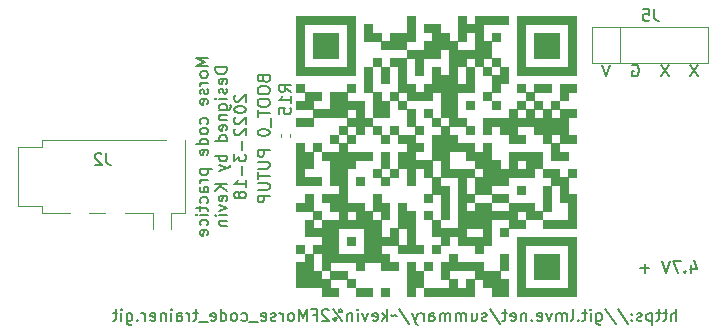
<source format=gbr>
%TF.GenerationSoftware,KiCad,Pcbnew,(6.0.2)*%
%TF.CreationDate,2022-03-18T21:37:06+08:00*%
%TF.ProjectId,Morse_code_PCB,4d6f7273-655f-4636-9f64-655f5043422e,rev?*%
%TF.SameCoordinates,Original*%
%TF.FileFunction,Legend,Bot*%
%TF.FilePolarity,Positive*%
%FSLAX46Y46*%
G04 Gerber Fmt 4.6, Leading zero omitted, Abs format (unit mm)*
G04 Created by KiCad (PCBNEW (6.0.2)) date 2022-03-18 21:37:06*
%MOMM*%
%LPD*%
G01*
G04 APERTURE LIST*
%ADD10C,0.150000*%
%ADD11C,0.200000*%
%ADD12C,0.120000*%
G04 APERTURE END LIST*
D10*
X125552380Y-156285714D02*
X125552380Y-156952380D01*
X125790476Y-155904761D02*
X126028571Y-156619047D01*
X125409523Y-156619047D01*
X125028571Y-156857142D02*
X124980952Y-156904761D01*
X125028571Y-156952380D01*
X125076190Y-156904761D01*
X125028571Y-156857142D01*
X125028571Y-156952380D01*
X124647619Y-155952380D02*
X123980952Y-155952380D01*
X124409523Y-156952380D01*
X123742857Y-155952380D02*
X123409523Y-156952380D01*
X123076190Y-155952380D01*
X121980952Y-156571428D02*
X121219047Y-156571428D01*
X121600000Y-156952380D02*
X121600000Y-156190476D01*
X89328571Y-140576190D02*
X89376190Y-140719047D01*
X89423809Y-140766666D01*
X89519047Y-140814285D01*
X89661904Y-140814285D01*
X89757142Y-140766666D01*
X89804761Y-140719047D01*
X89852380Y-140623809D01*
X89852380Y-140242857D01*
X88852380Y-140242857D01*
X88852380Y-140576190D01*
X88900000Y-140671428D01*
X88947619Y-140719047D01*
X89042857Y-140766666D01*
X89138095Y-140766666D01*
X89233333Y-140719047D01*
X89280952Y-140671428D01*
X89328571Y-140576190D01*
X89328571Y-140242857D01*
X88852380Y-141433333D02*
X88852380Y-141623809D01*
X88900000Y-141719047D01*
X88995238Y-141814285D01*
X89185714Y-141861904D01*
X89519047Y-141861904D01*
X89709523Y-141814285D01*
X89804761Y-141719047D01*
X89852380Y-141623809D01*
X89852380Y-141433333D01*
X89804761Y-141338095D01*
X89709523Y-141242857D01*
X89519047Y-141195238D01*
X89185714Y-141195238D01*
X88995238Y-141242857D01*
X88900000Y-141338095D01*
X88852380Y-141433333D01*
X88852380Y-142480952D02*
X88852380Y-142671428D01*
X88900000Y-142766666D01*
X88995238Y-142861904D01*
X89185714Y-142909523D01*
X89519047Y-142909523D01*
X89709523Y-142861904D01*
X89804761Y-142766666D01*
X89852380Y-142671428D01*
X89852380Y-142480952D01*
X89804761Y-142385714D01*
X89709523Y-142290476D01*
X89519047Y-142242857D01*
X89185714Y-142242857D01*
X88995238Y-142290476D01*
X88900000Y-142385714D01*
X88852380Y-142480952D01*
X88852380Y-143195238D02*
X88852380Y-143766666D01*
X89852380Y-143480952D02*
X88852380Y-143480952D01*
X89947619Y-143861904D02*
X89947619Y-144623809D01*
X88852380Y-145052380D02*
X88852380Y-145147619D01*
X88900000Y-145242857D01*
X88947619Y-145290476D01*
X89042857Y-145338095D01*
X89233333Y-145385714D01*
X89471428Y-145385714D01*
X89661904Y-145338095D01*
X89757142Y-145290476D01*
X89804761Y-145242857D01*
X89852380Y-145147619D01*
X89852380Y-145052380D01*
X89804761Y-144957142D01*
X89757142Y-144909523D01*
X89661904Y-144861904D01*
X89471428Y-144814285D01*
X89233333Y-144814285D01*
X89042857Y-144861904D01*
X88947619Y-144909523D01*
X88900000Y-144957142D01*
X88852380Y-145052380D01*
X89852380Y-146576190D02*
X88852380Y-146576190D01*
X88852380Y-146957142D01*
X88900000Y-147052380D01*
X88947619Y-147100000D01*
X89042857Y-147147619D01*
X89185714Y-147147619D01*
X89280952Y-147100000D01*
X89328571Y-147052380D01*
X89376190Y-146957142D01*
X89376190Y-146576190D01*
X88852380Y-147576190D02*
X89661904Y-147576190D01*
X89757142Y-147623809D01*
X89804761Y-147671428D01*
X89852380Y-147766666D01*
X89852380Y-147957142D01*
X89804761Y-148052380D01*
X89757142Y-148100000D01*
X89661904Y-148147619D01*
X88852380Y-148147619D01*
X88852380Y-148480952D02*
X88852380Y-149052380D01*
X89852380Y-148766666D02*
X88852380Y-148766666D01*
X88852380Y-149385714D02*
X89661904Y-149385714D01*
X89757142Y-149433333D01*
X89804761Y-149480952D01*
X89852380Y-149576190D01*
X89852380Y-149766666D01*
X89804761Y-149861904D01*
X89757142Y-149909523D01*
X89661904Y-149957142D01*
X88852380Y-149957142D01*
X89852380Y-150433333D02*
X88852380Y-150433333D01*
X88852380Y-150814285D01*
X88900000Y-150909523D01*
X88947619Y-150957142D01*
X89042857Y-151004761D01*
X89185714Y-151004761D01*
X89280952Y-150957142D01*
X89328571Y-150909523D01*
X89376190Y-150814285D01*
X89376190Y-150433333D01*
X126123809Y-139352380D02*
X125457142Y-140352380D01*
X125457142Y-139352380D02*
X126123809Y-140352380D01*
X123647619Y-139352380D02*
X122980952Y-140352380D01*
X122980952Y-139352380D02*
X123647619Y-140352380D01*
X120552380Y-139400000D02*
X120647619Y-139352380D01*
X120790476Y-139352380D01*
X120933333Y-139400000D01*
X121028571Y-139495238D01*
X121076190Y-139590476D01*
X121123809Y-139780952D01*
X121123809Y-139923809D01*
X121076190Y-140114285D01*
X121028571Y-140209523D01*
X120933333Y-140304761D01*
X120790476Y-140352380D01*
X120695238Y-140352380D01*
X120552380Y-140304761D01*
X120504761Y-140257142D01*
X120504761Y-139923809D01*
X120695238Y-139923809D01*
X118695238Y-139352380D02*
X118361904Y-140352380D01*
X118028571Y-139352380D01*
X84642380Y-138823809D02*
X83642380Y-138823809D01*
X84356666Y-139157142D01*
X83642380Y-139490476D01*
X84642380Y-139490476D01*
X84642380Y-140109523D02*
X84594761Y-140014285D01*
X84547142Y-139966666D01*
X84451904Y-139919047D01*
X84166190Y-139919047D01*
X84070952Y-139966666D01*
X84023333Y-140014285D01*
X83975714Y-140109523D01*
X83975714Y-140252380D01*
X84023333Y-140347619D01*
X84070952Y-140395238D01*
X84166190Y-140442857D01*
X84451904Y-140442857D01*
X84547142Y-140395238D01*
X84594761Y-140347619D01*
X84642380Y-140252380D01*
X84642380Y-140109523D01*
X84642380Y-140871428D02*
X83975714Y-140871428D01*
X84166190Y-140871428D02*
X84070952Y-140919047D01*
X84023333Y-140966666D01*
X83975714Y-141061904D01*
X83975714Y-141157142D01*
X84594761Y-141442857D02*
X84642380Y-141538095D01*
X84642380Y-141728571D01*
X84594761Y-141823809D01*
X84499523Y-141871428D01*
X84451904Y-141871428D01*
X84356666Y-141823809D01*
X84309047Y-141728571D01*
X84309047Y-141585714D01*
X84261428Y-141490476D01*
X84166190Y-141442857D01*
X84118571Y-141442857D01*
X84023333Y-141490476D01*
X83975714Y-141585714D01*
X83975714Y-141728571D01*
X84023333Y-141823809D01*
X84594761Y-142680952D02*
X84642380Y-142585714D01*
X84642380Y-142395238D01*
X84594761Y-142300000D01*
X84499523Y-142252380D01*
X84118571Y-142252380D01*
X84023333Y-142300000D01*
X83975714Y-142395238D01*
X83975714Y-142585714D01*
X84023333Y-142680952D01*
X84118571Y-142728571D01*
X84213809Y-142728571D01*
X84309047Y-142252380D01*
X84594761Y-144347619D02*
X84642380Y-144252380D01*
X84642380Y-144061904D01*
X84594761Y-143966666D01*
X84547142Y-143919047D01*
X84451904Y-143871428D01*
X84166190Y-143871428D01*
X84070952Y-143919047D01*
X84023333Y-143966666D01*
X83975714Y-144061904D01*
X83975714Y-144252380D01*
X84023333Y-144347619D01*
X84642380Y-144919047D02*
X84594761Y-144823809D01*
X84547142Y-144776190D01*
X84451904Y-144728571D01*
X84166190Y-144728571D01*
X84070952Y-144776190D01*
X84023333Y-144823809D01*
X83975714Y-144919047D01*
X83975714Y-145061904D01*
X84023333Y-145157142D01*
X84070952Y-145204761D01*
X84166190Y-145252380D01*
X84451904Y-145252380D01*
X84547142Y-145204761D01*
X84594761Y-145157142D01*
X84642380Y-145061904D01*
X84642380Y-144919047D01*
X84642380Y-146109523D02*
X83642380Y-146109523D01*
X84594761Y-146109523D02*
X84642380Y-146014285D01*
X84642380Y-145823809D01*
X84594761Y-145728571D01*
X84547142Y-145680952D01*
X84451904Y-145633333D01*
X84166190Y-145633333D01*
X84070952Y-145680952D01*
X84023333Y-145728571D01*
X83975714Y-145823809D01*
X83975714Y-146014285D01*
X84023333Y-146109523D01*
X84594761Y-146966666D02*
X84642380Y-146871428D01*
X84642380Y-146680952D01*
X84594761Y-146585714D01*
X84499523Y-146538095D01*
X84118571Y-146538095D01*
X84023333Y-146585714D01*
X83975714Y-146680952D01*
X83975714Y-146871428D01*
X84023333Y-146966666D01*
X84118571Y-147014285D01*
X84213809Y-147014285D01*
X84309047Y-146538095D01*
X83975714Y-148204761D02*
X84975714Y-148204761D01*
X84023333Y-148204761D02*
X83975714Y-148300000D01*
X83975714Y-148490476D01*
X84023333Y-148585714D01*
X84070952Y-148633333D01*
X84166190Y-148680952D01*
X84451904Y-148680952D01*
X84547142Y-148633333D01*
X84594761Y-148585714D01*
X84642380Y-148490476D01*
X84642380Y-148300000D01*
X84594761Y-148204761D01*
X84642380Y-149109523D02*
X83975714Y-149109523D01*
X84166190Y-149109523D02*
X84070952Y-149157142D01*
X84023333Y-149204761D01*
X83975714Y-149300000D01*
X83975714Y-149395238D01*
X84642380Y-150157142D02*
X84118571Y-150157142D01*
X84023333Y-150109523D01*
X83975714Y-150014285D01*
X83975714Y-149823809D01*
X84023333Y-149728571D01*
X84594761Y-150157142D02*
X84642380Y-150061904D01*
X84642380Y-149823809D01*
X84594761Y-149728571D01*
X84499523Y-149680952D01*
X84404285Y-149680952D01*
X84309047Y-149728571D01*
X84261428Y-149823809D01*
X84261428Y-150061904D01*
X84213809Y-150157142D01*
X84594761Y-151061904D02*
X84642380Y-150966666D01*
X84642380Y-150776190D01*
X84594761Y-150680952D01*
X84547142Y-150633333D01*
X84451904Y-150585714D01*
X84166190Y-150585714D01*
X84070952Y-150633333D01*
X84023333Y-150680952D01*
X83975714Y-150776190D01*
X83975714Y-150966666D01*
X84023333Y-151061904D01*
X83975714Y-151347619D02*
X83975714Y-151728571D01*
X83642380Y-151490476D02*
X84499523Y-151490476D01*
X84594761Y-151538095D01*
X84642380Y-151633333D01*
X84642380Y-151728571D01*
X84642380Y-152061904D02*
X83975714Y-152061904D01*
X83642380Y-152061904D02*
X83690000Y-152014285D01*
X83737619Y-152061904D01*
X83690000Y-152109523D01*
X83642380Y-152061904D01*
X83737619Y-152061904D01*
X84594761Y-152966666D02*
X84642380Y-152871428D01*
X84642380Y-152680952D01*
X84594761Y-152585714D01*
X84547142Y-152538095D01*
X84451904Y-152490476D01*
X84166190Y-152490476D01*
X84070952Y-152538095D01*
X84023333Y-152585714D01*
X83975714Y-152680952D01*
X83975714Y-152871428D01*
X84023333Y-152966666D01*
X84594761Y-153776190D02*
X84642380Y-153680952D01*
X84642380Y-153490476D01*
X84594761Y-153395238D01*
X84499523Y-153347619D01*
X84118571Y-153347619D01*
X84023333Y-153395238D01*
X83975714Y-153490476D01*
X83975714Y-153680952D01*
X84023333Y-153776190D01*
X84118571Y-153823809D01*
X84213809Y-153823809D01*
X84309047Y-153347619D01*
X86252380Y-139585714D02*
X85252380Y-139585714D01*
X85252380Y-139823809D01*
X85300000Y-139966666D01*
X85395238Y-140061904D01*
X85490476Y-140109523D01*
X85680952Y-140157142D01*
X85823809Y-140157142D01*
X86014285Y-140109523D01*
X86109523Y-140061904D01*
X86204761Y-139966666D01*
X86252380Y-139823809D01*
X86252380Y-139585714D01*
X86204761Y-140966666D02*
X86252380Y-140871428D01*
X86252380Y-140680952D01*
X86204761Y-140585714D01*
X86109523Y-140538095D01*
X85728571Y-140538095D01*
X85633333Y-140585714D01*
X85585714Y-140680952D01*
X85585714Y-140871428D01*
X85633333Y-140966666D01*
X85728571Y-141014285D01*
X85823809Y-141014285D01*
X85919047Y-140538095D01*
X86204761Y-141395238D02*
X86252380Y-141490476D01*
X86252380Y-141680952D01*
X86204761Y-141776190D01*
X86109523Y-141823809D01*
X86061904Y-141823809D01*
X85966666Y-141776190D01*
X85919047Y-141680952D01*
X85919047Y-141538095D01*
X85871428Y-141442857D01*
X85776190Y-141395238D01*
X85728571Y-141395238D01*
X85633333Y-141442857D01*
X85585714Y-141538095D01*
X85585714Y-141680952D01*
X85633333Y-141776190D01*
X86252380Y-142252380D02*
X85585714Y-142252380D01*
X85252380Y-142252380D02*
X85300000Y-142204761D01*
X85347619Y-142252380D01*
X85300000Y-142300000D01*
X85252380Y-142252380D01*
X85347619Y-142252380D01*
X85585714Y-143157142D02*
X86395238Y-143157142D01*
X86490476Y-143109523D01*
X86538095Y-143061904D01*
X86585714Y-142966666D01*
X86585714Y-142823809D01*
X86538095Y-142728571D01*
X86204761Y-143157142D02*
X86252380Y-143061904D01*
X86252380Y-142871428D01*
X86204761Y-142776190D01*
X86157142Y-142728571D01*
X86061904Y-142680952D01*
X85776190Y-142680952D01*
X85680952Y-142728571D01*
X85633333Y-142776190D01*
X85585714Y-142871428D01*
X85585714Y-143061904D01*
X85633333Y-143157142D01*
X85585714Y-143633333D02*
X86252380Y-143633333D01*
X85680952Y-143633333D02*
X85633333Y-143680952D01*
X85585714Y-143776190D01*
X85585714Y-143919047D01*
X85633333Y-144014285D01*
X85728571Y-144061904D01*
X86252380Y-144061904D01*
X86204761Y-144919047D02*
X86252380Y-144823809D01*
X86252380Y-144633333D01*
X86204761Y-144538095D01*
X86109523Y-144490476D01*
X85728571Y-144490476D01*
X85633333Y-144538095D01*
X85585714Y-144633333D01*
X85585714Y-144823809D01*
X85633333Y-144919047D01*
X85728571Y-144966666D01*
X85823809Y-144966666D01*
X85919047Y-144490476D01*
X86252380Y-145823809D02*
X85252380Y-145823809D01*
X86204761Y-145823809D02*
X86252380Y-145728571D01*
X86252380Y-145538095D01*
X86204761Y-145442857D01*
X86157142Y-145395238D01*
X86061904Y-145347619D01*
X85776190Y-145347619D01*
X85680952Y-145395238D01*
X85633333Y-145442857D01*
X85585714Y-145538095D01*
X85585714Y-145728571D01*
X85633333Y-145823809D01*
X86252380Y-147061904D02*
X85252380Y-147061904D01*
X85633333Y-147061904D02*
X85585714Y-147157142D01*
X85585714Y-147347619D01*
X85633333Y-147442857D01*
X85680952Y-147490476D01*
X85776190Y-147538095D01*
X86061904Y-147538095D01*
X86157142Y-147490476D01*
X86204761Y-147442857D01*
X86252380Y-147347619D01*
X86252380Y-147157142D01*
X86204761Y-147061904D01*
X85585714Y-147871428D02*
X86252380Y-148109523D01*
X85585714Y-148347619D02*
X86252380Y-148109523D01*
X86490476Y-148014285D01*
X86538095Y-147966666D01*
X86585714Y-147871428D01*
X86252380Y-149490476D02*
X85252380Y-149490476D01*
X86252380Y-150061904D02*
X85680952Y-149633333D01*
X85252380Y-150061904D02*
X85823809Y-149490476D01*
X86204761Y-150871428D02*
X86252380Y-150776190D01*
X86252380Y-150585714D01*
X86204761Y-150490476D01*
X86109523Y-150442857D01*
X85728571Y-150442857D01*
X85633333Y-150490476D01*
X85585714Y-150585714D01*
X85585714Y-150776190D01*
X85633333Y-150871428D01*
X85728571Y-150919047D01*
X85823809Y-150919047D01*
X85919047Y-150442857D01*
X85585714Y-151252380D02*
X86252380Y-151490476D01*
X85585714Y-151728571D01*
X86252380Y-152109523D02*
X85585714Y-152109523D01*
X85252380Y-152109523D02*
X85300000Y-152061904D01*
X85347619Y-152109523D01*
X85300000Y-152157142D01*
X85252380Y-152109523D01*
X85347619Y-152109523D01*
X85585714Y-152585714D02*
X86252380Y-152585714D01*
X85680952Y-152585714D02*
X85633333Y-152633333D01*
X85585714Y-152728571D01*
X85585714Y-152871428D01*
X85633333Y-152966666D01*
X85728571Y-153014285D01*
X86252380Y-153014285D01*
X86957619Y-141919047D02*
X86910000Y-141966666D01*
X86862380Y-142061904D01*
X86862380Y-142300000D01*
X86910000Y-142395238D01*
X86957619Y-142442857D01*
X87052857Y-142490476D01*
X87148095Y-142490476D01*
X87290952Y-142442857D01*
X87862380Y-141871428D01*
X87862380Y-142490476D01*
X86862380Y-143109523D02*
X86862380Y-143204761D01*
X86910000Y-143300000D01*
X86957619Y-143347619D01*
X87052857Y-143395238D01*
X87243333Y-143442857D01*
X87481428Y-143442857D01*
X87671904Y-143395238D01*
X87767142Y-143347619D01*
X87814761Y-143300000D01*
X87862380Y-143204761D01*
X87862380Y-143109523D01*
X87814761Y-143014285D01*
X87767142Y-142966666D01*
X87671904Y-142919047D01*
X87481428Y-142871428D01*
X87243333Y-142871428D01*
X87052857Y-142919047D01*
X86957619Y-142966666D01*
X86910000Y-143014285D01*
X86862380Y-143109523D01*
X86957619Y-143823809D02*
X86910000Y-143871428D01*
X86862380Y-143966666D01*
X86862380Y-144204761D01*
X86910000Y-144300000D01*
X86957619Y-144347619D01*
X87052857Y-144395238D01*
X87148095Y-144395238D01*
X87290952Y-144347619D01*
X87862380Y-143776190D01*
X87862380Y-144395238D01*
X86957619Y-144776190D02*
X86910000Y-144823809D01*
X86862380Y-144919047D01*
X86862380Y-145157142D01*
X86910000Y-145252380D01*
X86957619Y-145300000D01*
X87052857Y-145347619D01*
X87148095Y-145347619D01*
X87290952Y-145300000D01*
X87862380Y-144728571D01*
X87862380Y-145347619D01*
X87481428Y-145776190D02*
X87481428Y-146538095D01*
X86862380Y-146919047D02*
X86862380Y-147538095D01*
X87243333Y-147204761D01*
X87243333Y-147347619D01*
X87290952Y-147442857D01*
X87338571Y-147490476D01*
X87433809Y-147538095D01*
X87671904Y-147538095D01*
X87767142Y-147490476D01*
X87814761Y-147442857D01*
X87862380Y-147347619D01*
X87862380Y-147061904D01*
X87814761Y-146966666D01*
X87767142Y-146919047D01*
X87481428Y-147966666D02*
X87481428Y-148728571D01*
X87862380Y-149728571D02*
X87862380Y-149157142D01*
X87862380Y-149442857D02*
X86862380Y-149442857D01*
X87005238Y-149347619D01*
X87100476Y-149252380D01*
X87148095Y-149157142D01*
X87290952Y-150300000D02*
X87243333Y-150204761D01*
X87195714Y-150157142D01*
X87100476Y-150109523D01*
X87052857Y-150109523D01*
X86957619Y-150157142D01*
X86910000Y-150204761D01*
X86862380Y-150300000D01*
X86862380Y-150490476D01*
X86910000Y-150585714D01*
X86957619Y-150633333D01*
X87052857Y-150680952D01*
X87100476Y-150680952D01*
X87195714Y-150633333D01*
X87243333Y-150585714D01*
X87290952Y-150490476D01*
X87290952Y-150300000D01*
X87338571Y-150204761D01*
X87386190Y-150157142D01*
X87481428Y-150109523D01*
X87671904Y-150109523D01*
X87767142Y-150157142D01*
X87814761Y-150204761D01*
X87862380Y-150300000D01*
X87862380Y-150490476D01*
X87814761Y-150585714D01*
X87767142Y-150633333D01*
X87671904Y-150680952D01*
X87481428Y-150680952D01*
X87386190Y-150633333D01*
X87338571Y-150585714D01*
X87290952Y-150490476D01*
D11*
%TO.C,https://git.lmve.net/summary/~kevin\u00252FMorse_code_trainer.git*%
X124285714Y-161052380D02*
X124285714Y-160052380D01*
X123857142Y-161052380D02*
X123857142Y-160528571D01*
X123904761Y-160433333D01*
X123999999Y-160385714D01*
X124142857Y-160385714D01*
X124238095Y-160433333D01*
X124285714Y-160480952D01*
X123523809Y-160385714D02*
X123142857Y-160385714D01*
X123380952Y-160052380D02*
X123380952Y-160909523D01*
X123333333Y-161004761D01*
X123238095Y-161052380D01*
X123142857Y-161052380D01*
X122952380Y-160385714D02*
X122571428Y-160385714D01*
X122809523Y-160052380D02*
X122809523Y-160909523D01*
X122761904Y-161004761D01*
X122666666Y-161052380D01*
X122571428Y-161052380D01*
X122238095Y-160385714D02*
X122238095Y-161385714D01*
X122238095Y-160433333D02*
X122142857Y-160385714D01*
X121952380Y-160385714D01*
X121857142Y-160433333D01*
X121809523Y-160480952D01*
X121761904Y-160576190D01*
X121761904Y-160861904D01*
X121809523Y-160957142D01*
X121857142Y-161004761D01*
X121952380Y-161052380D01*
X122142857Y-161052380D01*
X122238095Y-161004761D01*
X121380952Y-161004761D02*
X121285714Y-161052380D01*
X121095238Y-161052380D01*
X120999999Y-161004761D01*
X120952380Y-160909523D01*
X120952380Y-160861904D01*
X120999999Y-160766666D01*
X121095238Y-160719047D01*
X121238095Y-160719047D01*
X121333333Y-160671428D01*
X121380952Y-160576190D01*
X121380952Y-160528571D01*
X121333333Y-160433333D01*
X121238095Y-160385714D01*
X121095238Y-160385714D01*
X120999999Y-160433333D01*
X120523809Y-160957142D02*
X120476190Y-161004761D01*
X120523809Y-161052380D01*
X120571428Y-161004761D01*
X120523809Y-160957142D01*
X120523809Y-161052380D01*
X120523809Y-160433333D02*
X120476190Y-160480952D01*
X120523809Y-160528571D01*
X120571428Y-160480952D01*
X120523809Y-160433333D01*
X120523809Y-160528571D01*
X119333333Y-160004761D02*
X120190476Y-161290476D01*
X118285714Y-160004761D02*
X119142857Y-161290476D01*
X117523809Y-160385714D02*
X117523809Y-161195238D01*
X117571428Y-161290476D01*
X117619047Y-161338095D01*
X117714285Y-161385714D01*
X117857142Y-161385714D01*
X117952380Y-161338095D01*
X117523809Y-161004761D02*
X117619047Y-161052380D01*
X117809523Y-161052380D01*
X117904761Y-161004761D01*
X117952380Y-160957142D01*
X117999999Y-160861904D01*
X117999999Y-160576190D01*
X117952380Y-160480952D01*
X117904761Y-160433333D01*
X117809523Y-160385714D01*
X117619047Y-160385714D01*
X117523809Y-160433333D01*
X117047619Y-161052380D02*
X117047619Y-160385714D01*
X117047619Y-160052380D02*
X117095238Y-160100000D01*
X117047619Y-160147619D01*
X117000000Y-160100000D01*
X117047619Y-160052380D01*
X117047619Y-160147619D01*
X116714285Y-160385714D02*
X116333333Y-160385714D01*
X116571428Y-160052380D02*
X116571428Y-160909523D01*
X116523809Y-161004761D01*
X116428571Y-161052380D01*
X116333333Y-161052380D01*
X115999999Y-160957142D02*
X115952380Y-161004761D01*
X115999999Y-161052380D01*
X116047619Y-161004761D01*
X115999999Y-160957142D01*
X115999999Y-161052380D01*
X115380952Y-161052380D02*
X115476190Y-161004761D01*
X115523809Y-160909523D01*
X115523809Y-160052380D01*
X114999999Y-161052380D02*
X114999999Y-160385714D01*
X114999999Y-160480952D02*
X114952380Y-160433333D01*
X114857142Y-160385714D01*
X114714285Y-160385714D01*
X114619047Y-160433333D01*
X114571428Y-160528571D01*
X114571428Y-161052380D01*
X114571428Y-160528571D02*
X114523809Y-160433333D01*
X114428571Y-160385714D01*
X114285714Y-160385714D01*
X114190476Y-160433333D01*
X114142857Y-160528571D01*
X114142857Y-161052380D01*
X113761904Y-160385714D02*
X113523809Y-161052380D01*
X113285714Y-160385714D01*
X112523809Y-161004761D02*
X112619047Y-161052380D01*
X112809523Y-161052380D01*
X112904761Y-161004761D01*
X112952380Y-160909523D01*
X112952380Y-160528571D01*
X112904761Y-160433333D01*
X112809523Y-160385714D01*
X112619047Y-160385714D01*
X112523809Y-160433333D01*
X112476190Y-160528571D01*
X112476190Y-160623809D01*
X112952380Y-160719047D01*
X112047619Y-160957142D02*
X111999999Y-161004761D01*
X112047619Y-161052380D01*
X112095238Y-161004761D01*
X112047619Y-160957142D01*
X112047619Y-161052380D01*
X111571428Y-160385714D02*
X111571428Y-161052380D01*
X111571428Y-160480952D02*
X111523809Y-160433333D01*
X111428571Y-160385714D01*
X111285714Y-160385714D01*
X111190476Y-160433333D01*
X111142857Y-160528571D01*
X111142857Y-161052380D01*
X110285714Y-161004761D02*
X110380952Y-161052380D01*
X110571428Y-161052380D01*
X110666666Y-161004761D01*
X110714285Y-160909523D01*
X110714285Y-160528571D01*
X110666666Y-160433333D01*
X110571428Y-160385714D01*
X110380952Y-160385714D01*
X110285714Y-160433333D01*
X110238095Y-160528571D01*
X110238095Y-160623809D01*
X110714285Y-160719047D01*
X109952380Y-160385714D02*
X109571428Y-160385714D01*
X109809523Y-160052380D02*
X109809523Y-160909523D01*
X109761904Y-161004761D01*
X109666666Y-161052380D01*
X109571428Y-161052380D01*
X108523809Y-160004761D02*
X109380952Y-161290476D01*
X108238095Y-161004761D02*
X108142857Y-161052380D01*
X107952380Y-161052380D01*
X107857142Y-161004761D01*
X107809523Y-160909523D01*
X107809523Y-160861904D01*
X107857142Y-160766666D01*
X107952380Y-160719047D01*
X108095238Y-160719047D01*
X108190476Y-160671428D01*
X108238095Y-160576190D01*
X108238095Y-160528571D01*
X108190476Y-160433333D01*
X108095238Y-160385714D01*
X107952380Y-160385714D01*
X107857142Y-160433333D01*
X106952380Y-160385714D02*
X106952380Y-161052380D01*
X107380952Y-160385714D02*
X107380952Y-160909523D01*
X107333333Y-161004761D01*
X107238095Y-161052380D01*
X107095238Y-161052380D01*
X106999999Y-161004761D01*
X106952380Y-160957142D01*
X106476190Y-161052380D02*
X106476190Y-160385714D01*
X106476190Y-160480952D02*
X106428571Y-160433333D01*
X106333333Y-160385714D01*
X106190476Y-160385714D01*
X106095238Y-160433333D01*
X106047619Y-160528571D01*
X106047619Y-161052380D01*
X106047619Y-160528571D02*
X105999999Y-160433333D01*
X105904761Y-160385714D01*
X105761904Y-160385714D01*
X105666666Y-160433333D01*
X105619047Y-160528571D01*
X105619047Y-161052380D01*
X105142857Y-161052380D02*
X105142857Y-160385714D01*
X105142857Y-160480952D02*
X105095238Y-160433333D01*
X104999999Y-160385714D01*
X104857142Y-160385714D01*
X104761904Y-160433333D01*
X104714285Y-160528571D01*
X104714285Y-161052380D01*
X104714285Y-160528571D02*
X104666666Y-160433333D01*
X104571428Y-160385714D01*
X104428571Y-160385714D01*
X104333333Y-160433333D01*
X104285714Y-160528571D01*
X104285714Y-161052380D01*
X103380952Y-161052380D02*
X103380952Y-160528571D01*
X103428571Y-160433333D01*
X103523809Y-160385714D01*
X103714285Y-160385714D01*
X103809523Y-160433333D01*
X103380952Y-161004761D02*
X103476190Y-161052380D01*
X103714285Y-161052380D01*
X103809523Y-161004761D01*
X103857142Y-160909523D01*
X103857142Y-160814285D01*
X103809523Y-160719047D01*
X103714285Y-160671428D01*
X103476190Y-160671428D01*
X103380952Y-160623809D01*
X102904761Y-161052380D02*
X102904761Y-160385714D01*
X102904761Y-160576190D02*
X102857142Y-160480952D01*
X102809523Y-160433333D01*
X102714285Y-160385714D01*
X102619047Y-160385714D01*
X102380952Y-160385714D02*
X102142857Y-161052380D01*
X101904761Y-160385714D02*
X102142857Y-161052380D01*
X102238095Y-161290476D01*
X102285714Y-161338095D01*
X102380952Y-161385714D01*
X100809523Y-160004761D02*
X101666666Y-161290476D01*
X100619047Y-160671428D02*
X100571428Y-160623809D01*
X100476190Y-160576190D01*
X100285714Y-160671428D01*
X100190476Y-160623809D01*
X100142857Y-160576190D01*
X99761904Y-161052380D02*
X99761904Y-160052380D01*
X99666666Y-160671428D02*
X99380952Y-161052380D01*
X99380952Y-160385714D02*
X99761904Y-160766666D01*
X98571428Y-161004761D02*
X98666666Y-161052380D01*
X98857142Y-161052380D01*
X98952380Y-161004761D01*
X98999999Y-160909523D01*
X98999999Y-160528571D01*
X98952380Y-160433333D01*
X98857142Y-160385714D01*
X98666666Y-160385714D01*
X98571428Y-160433333D01*
X98523809Y-160528571D01*
X98523809Y-160623809D01*
X98999999Y-160719047D01*
X98190476Y-160385714D02*
X97952380Y-161052380D01*
X97714285Y-160385714D01*
X97333333Y-161052380D02*
X97333333Y-160385714D01*
X97333333Y-160052380D02*
X97380952Y-160100000D01*
X97333333Y-160147619D01*
X97285714Y-160100000D01*
X97333333Y-160052380D01*
X97333333Y-160147619D01*
X96857142Y-160385714D02*
X96857142Y-161052380D01*
X96857142Y-160480952D02*
X96809523Y-160433333D01*
X96714285Y-160385714D01*
X96571428Y-160385714D01*
X96476190Y-160433333D01*
X96428571Y-160528571D01*
X96428571Y-161052380D01*
X95999999Y-161052380D02*
X95238095Y-160052380D01*
X95857142Y-160052380D02*
X95761904Y-160100000D01*
X95714285Y-160195238D01*
X95761904Y-160290476D01*
X95857142Y-160338095D01*
X95952380Y-160290476D01*
X95999999Y-160195238D01*
X95952380Y-160100000D01*
X95857142Y-160052380D01*
X95285714Y-161004761D02*
X95238095Y-160909523D01*
X95285714Y-160814285D01*
X95380952Y-160766666D01*
X95476190Y-160814285D01*
X95523809Y-160909523D01*
X95476190Y-161004761D01*
X95380952Y-161052380D01*
X95285714Y-161004761D01*
X94857142Y-160147619D02*
X94809523Y-160100000D01*
X94714285Y-160052380D01*
X94476190Y-160052380D01*
X94380952Y-160100000D01*
X94333333Y-160147619D01*
X94285714Y-160242857D01*
X94285714Y-160338095D01*
X94333333Y-160480952D01*
X94904761Y-161052380D01*
X94285714Y-161052380D01*
X93523809Y-160528571D02*
X93857142Y-160528571D01*
X93857142Y-161052380D02*
X93857142Y-160052380D01*
X93380952Y-160052380D01*
X92999999Y-161052380D02*
X92999999Y-160052380D01*
X92666666Y-160766666D01*
X92333333Y-160052380D01*
X92333333Y-161052380D01*
X91714285Y-161052380D02*
X91809523Y-161004761D01*
X91857142Y-160957142D01*
X91904761Y-160861904D01*
X91904761Y-160576190D01*
X91857142Y-160480952D01*
X91809523Y-160433333D01*
X91714285Y-160385714D01*
X91571428Y-160385714D01*
X91476190Y-160433333D01*
X91428571Y-160480952D01*
X91380952Y-160576190D01*
X91380952Y-160861904D01*
X91428571Y-160957142D01*
X91476190Y-161004761D01*
X91571428Y-161052380D01*
X91714285Y-161052380D01*
X90952380Y-161052380D02*
X90952380Y-160385714D01*
X90952380Y-160576190D02*
X90904761Y-160480952D01*
X90857142Y-160433333D01*
X90761904Y-160385714D01*
X90666666Y-160385714D01*
X90380952Y-161004761D02*
X90285714Y-161052380D01*
X90095238Y-161052380D01*
X89999999Y-161004761D01*
X89952380Y-160909523D01*
X89952380Y-160861904D01*
X89999999Y-160766666D01*
X90095238Y-160719047D01*
X90238095Y-160719047D01*
X90333333Y-160671428D01*
X90380952Y-160576190D01*
X90380952Y-160528571D01*
X90333333Y-160433333D01*
X90238095Y-160385714D01*
X90095238Y-160385714D01*
X89999999Y-160433333D01*
X89142857Y-161004761D02*
X89238095Y-161052380D01*
X89428571Y-161052380D01*
X89523809Y-161004761D01*
X89571428Y-160909523D01*
X89571428Y-160528571D01*
X89523809Y-160433333D01*
X89428571Y-160385714D01*
X89238095Y-160385714D01*
X89142857Y-160433333D01*
X89095238Y-160528571D01*
X89095238Y-160623809D01*
X89571428Y-160719047D01*
X88904761Y-161147619D02*
X88142857Y-161147619D01*
X87476190Y-161004761D02*
X87571428Y-161052380D01*
X87761904Y-161052380D01*
X87857142Y-161004761D01*
X87904761Y-160957142D01*
X87952380Y-160861904D01*
X87952380Y-160576190D01*
X87904761Y-160480952D01*
X87857142Y-160433333D01*
X87761904Y-160385714D01*
X87571428Y-160385714D01*
X87476190Y-160433333D01*
X86904761Y-161052380D02*
X87000000Y-161004761D01*
X87047619Y-160957142D01*
X87095238Y-160861904D01*
X87095238Y-160576190D01*
X87047619Y-160480952D01*
X87000000Y-160433333D01*
X86904761Y-160385714D01*
X86761904Y-160385714D01*
X86666666Y-160433333D01*
X86619047Y-160480952D01*
X86571428Y-160576190D01*
X86571428Y-160861904D01*
X86619047Y-160957142D01*
X86666666Y-161004761D01*
X86761904Y-161052380D01*
X86904761Y-161052380D01*
X85714285Y-161052380D02*
X85714285Y-160052380D01*
X85714285Y-161004761D02*
X85809523Y-161052380D01*
X86000000Y-161052380D01*
X86095238Y-161004761D01*
X86142857Y-160957142D01*
X86190476Y-160861904D01*
X86190476Y-160576190D01*
X86142857Y-160480952D01*
X86095238Y-160433333D01*
X86000000Y-160385714D01*
X85809523Y-160385714D01*
X85714285Y-160433333D01*
X84857142Y-161004761D02*
X84952380Y-161052380D01*
X85142857Y-161052380D01*
X85238095Y-161004761D01*
X85285714Y-160909523D01*
X85285714Y-160528571D01*
X85238095Y-160433333D01*
X85142857Y-160385714D01*
X84952380Y-160385714D01*
X84857142Y-160433333D01*
X84809523Y-160528571D01*
X84809523Y-160623809D01*
X85285714Y-160719047D01*
X84619047Y-161147619D02*
X83857142Y-161147619D01*
X83761904Y-160385714D02*
X83380952Y-160385714D01*
X83619047Y-160052380D02*
X83619047Y-160909523D01*
X83571428Y-161004761D01*
X83476190Y-161052380D01*
X83380952Y-161052380D01*
X83047619Y-161052380D02*
X83047619Y-160385714D01*
X83047619Y-160576190D02*
X83000000Y-160480952D01*
X82952380Y-160433333D01*
X82857142Y-160385714D01*
X82761904Y-160385714D01*
X81999999Y-161052380D02*
X81999999Y-160528571D01*
X82047619Y-160433333D01*
X82142857Y-160385714D01*
X82333333Y-160385714D01*
X82428571Y-160433333D01*
X81999999Y-161004761D02*
X82095238Y-161052380D01*
X82333333Y-161052380D01*
X82428571Y-161004761D01*
X82476190Y-160909523D01*
X82476190Y-160814285D01*
X82428571Y-160719047D01*
X82333333Y-160671428D01*
X82095238Y-160671428D01*
X81999999Y-160623809D01*
X81523809Y-161052380D02*
X81523809Y-160385714D01*
X81523809Y-160052380D02*
X81571428Y-160100000D01*
X81523809Y-160147619D01*
X81476190Y-160100000D01*
X81523809Y-160052380D01*
X81523809Y-160147619D01*
X81047619Y-160385714D02*
X81047619Y-161052380D01*
X81047619Y-160480952D02*
X81000000Y-160433333D01*
X80904761Y-160385714D01*
X80761904Y-160385714D01*
X80666666Y-160433333D01*
X80619047Y-160528571D01*
X80619047Y-161052380D01*
X79761904Y-161004761D02*
X79857142Y-161052380D01*
X80047619Y-161052380D01*
X80142857Y-161004761D01*
X80190476Y-160909523D01*
X80190476Y-160528571D01*
X80142857Y-160433333D01*
X80047619Y-160385714D01*
X79857142Y-160385714D01*
X79761904Y-160433333D01*
X79714285Y-160528571D01*
X79714285Y-160623809D01*
X80190476Y-160719047D01*
X79285714Y-161052380D02*
X79285714Y-160385714D01*
X79285714Y-160576190D02*
X79238095Y-160480952D01*
X79190476Y-160433333D01*
X79095238Y-160385714D01*
X78999999Y-160385714D01*
X78666666Y-160957142D02*
X78619047Y-161004761D01*
X78666666Y-161052380D01*
X78714285Y-161004761D01*
X78666666Y-160957142D01*
X78666666Y-161052380D01*
X77761904Y-160385714D02*
X77761904Y-161195238D01*
X77809523Y-161290476D01*
X77857142Y-161338095D01*
X77952380Y-161385714D01*
X78095238Y-161385714D01*
X78190476Y-161338095D01*
X77761904Y-161004761D02*
X77857142Y-161052380D01*
X78047619Y-161052380D01*
X78142857Y-161004761D01*
X78190476Y-160957142D01*
X78238095Y-160861904D01*
X78238095Y-160576190D01*
X78190476Y-160480952D01*
X78142857Y-160433333D01*
X78047619Y-160385714D01*
X77857142Y-160385714D01*
X77761904Y-160433333D01*
X77285714Y-161052380D02*
X77285714Y-160385714D01*
X77285714Y-160052380D02*
X77333333Y-160100000D01*
X77285714Y-160147619D01*
X77238095Y-160100000D01*
X77285714Y-160052380D01*
X77285714Y-160147619D01*
X76952380Y-160385714D02*
X76571428Y-160385714D01*
X76809523Y-160052380D02*
X76809523Y-160909523D01*
X76761904Y-161004761D01*
X76666666Y-161052380D01*
X76571428Y-161052380D01*
D10*
%TO.C,R15*%
X91652380Y-141657142D02*
X91176190Y-141323809D01*
X91652380Y-141085714D02*
X90652380Y-141085714D01*
X90652380Y-141466666D01*
X90700000Y-141561904D01*
X90747619Y-141609523D01*
X90842857Y-141657142D01*
X90985714Y-141657142D01*
X91080952Y-141609523D01*
X91128571Y-141561904D01*
X91176190Y-141466666D01*
X91176190Y-141085714D01*
X91652380Y-142609523D02*
X91652380Y-142038095D01*
X91652380Y-142323809D02*
X90652380Y-142323809D01*
X90795238Y-142228571D01*
X90890476Y-142133333D01*
X90938095Y-142038095D01*
X90652380Y-143514285D02*
X90652380Y-143038095D01*
X91128571Y-142990476D01*
X91080952Y-143038095D01*
X91033333Y-143133333D01*
X91033333Y-143371428D01*
X91080952Y-143466666D01*
X91128571Y-143514285D01*
X91223809Y-143561904D01*
X91461904Y-143561904D01*
X91557142Y-143514285D01*
X91604761Y-143466666D01*
X91652380Y-143371428D01*
X91652380Y-143133333D01*
X91604761Y-143038095D01*
X91557142Y-142990476D01*
%TO.C,J5*%
X122433333Y-134652380D02*
X122433333Y-135366666D01*
X122480952Y-135509523D01*
X122576190Y-135604761D01*
X122719047Y-135652380D01*
X122814285Y-135652380D01*
X121480952Y-134652380D02*
X121957142Y-134652380D01*
X122004761Y-135128571D01*
X121957142Y-135080952D01*
X121861904Y-135033333D01*
X121623809Y-135033333D01*
X121528571Y-135080952D01*
X121480952Y-135128571D01*
X121433333Y-135223809D01*
X121433333Y-135461904D01*
X121480952Y-135557142D01*
X121528571Y-135604761D01*
X121623809Y-135652380D01*
X121861904Y-135652380D01*
X121957142Y-135604761D01*
X122004761Y-135557142D01*
%TO.C,J2*%
X76033333Y-146852380D02*
X76033333Y-147566666D01*
X76080952Y-147709523D01*
X76176190Y-147804761D01*
X76319047Y-147852380D01*
X76414285Y-147852380D01*
X75604761Y-146947619D02*
X75557142Y-146900000D01*
X75461904Y-146852380D01*
X75223809Y-146852380D01*
X75128571Y-146900000D01*
X75080952Y-146947619D01*
X75033333Y-147042857D01*
X75033333Y-147138095D01*
X75080952Y-147280952D01*
X75652380Y-147852380D01*
X75033333Y-147852380D01*
%TO.C,https://git.lmve.net/summary/~kevin\u00252FMorse_code_trainer.git*%
G36*
X110773334Y-159038000D02*
G01*
X110773334Y-158276000D01*
X111535334Y-158276000D01*
X115091334Y-158276000D01*
X115091334Y-154720000D01*
X111535334Y-154720000D01*
X111535334Y-158276000D01*
X110773334Y-158276000D01*
X110773334Y-153958000D01*
X115853334Y-153958000D01*
X115853334Y-159038000D01*
X110773334Y-159038000D01*
G37*
G36*
X110096000Y-159038000D02*
G01*
X108656667Y-159038000D01*
X108656667Y-158276000D01*
X107894667Y-158276000D01*
X107894667Y-157598666D01*
X107217334Y-157598666D01*
X107217334Y-159038000D01*
X102899334Y-159038000D01*
X102899334Y-158276000D01*
X105016000Y-158276000D01*
X105016000Y-157598666D01*
X104338667Y-157598666D01*
X104338667Y-157514000D01*
X105100667Y-157514000D01*
X105778000Y-157514000D01*
X105778000Y-158276000D01*
X106455334Y-158276000D01*
X106455334Y-157514000D01*
X107217334Y-157514000D01*
X107217334Y-156836666D01*
X105100667Y-156836666D01*
X105100667Y-157514000D01*
X104338667Y-157514000D01*
X104338667Y-156074666D01*
X105016000Y-156074666D01*
X105016000Y-155397333D01*
X105778000Y-155397333D01*
X105778000Y-156074666D01*
X107979334Y-156074666D01*
X107979334Y-156836666D01*
X109334000Y-156836666D01*
X109334000Y-155397333D01*
X110096000Y-155397333D01*
X110096000Y-156836666D01*
X109418667Y-156836666D01*
X109418667Y-157514000D01*
X110096000Y-157514000D01*
X110096000Y-159038000D01*
G37*
G36*
X102222000Y-156836666D02*
G01*
X102899334Y-156836666D01*
X102899334Y-158276000D01*
X102222000Y-158276000D01*
X102222000Y-159038000D01*
X101460000Y-159038000D01*
X101460000Y-156074666D01*
X102222000Y-156074666D01*
X102222000Y-156836666D01*
G37*
G36*
X103661334Y-156836666D02*
G01*
X102899334Y-156836666D01*
X102899334Y-156074666D01*
X103661334Y-156074666D01*
X103661334Y-156836666D01*
G37*
G36*
X100020667Y-159038000D02*
G01*
X99258667Y-159038000D01*
X99258667Y-158276000D01*
X100020667Y-158276000D01*
X100020667Y-159038000D01*
G37*
G36*
X98581334Y-159038000D02*
G01*
X97142000Y-159038000D01*
X97142000Y-158276000D01*
X98581334Y-158276000D01*
X98581334Y-159038000D01*
G37*
G36*
X92824000Y-155397333D02*
G01*
X92062000Y-155397333D01*
X92062000Y-154635333D01*
X92824000Y-154635333D01*
X92824000Y-155397333D01*
G37*
G36*
X92824000Y-146761333D02*
G01*
X93501334Y-146761333D01*
X93501334Y-145999333D01*
X94263334Y-145999333D01*
X94263334Y-146761333D01*
X93586000Y-146761333D01*
X93586000Y-148200666D01*
X92824000Y-148200666D01*
X92824000Y-148878000D01*
X94263334Y-148878000D01*
X94263334Y-149640000D01*
X92062000Y-149640000D01*
X92062000Y-145999333D01*
X92824000Y-145999333D01*
X92824000Y-146761333D01*
G37*
G36*
X109418667Y-143205333D02*
G01*
X108656667Y-143205333D01*
X108656667Y-142443333D01*
X109418667Y-142443333D01*
X109418667Y-143205333D01*
G37*
G36*
X102222000Y-137448000D02*
G01*
X101460000Y-137448000D01*
X101460000Y-138125333D01*
X99258667Y-138125333D01*
X99258667Y-137448000D01*
X97819334Y-137448000D01*
X97819334Y-135924000D01*
X98581334Y-135924000D01*
X98581334Y-136686000D01*
X99343334Y-136686000D01*
X99343334Y-137363333D01*
X100020667Y-137363333D01*
X100020667Y-136686000D01*
X101460000Y-136686000D01*
X101460000Y-135246666D01*
X102222000Y-135246666D01*
X102222000Y-137448000D01*
G37*
G36*
X109418667Y-141004000D02*
G01*
X109418667Y-141766000D01*
X108656667Y-141766000D01*
X108656667Y-142443333D01*
X107894667Y-142443333D01*
X107894667Y-141681333D01*
X108656667Y-141681333D01*
X108656667Y-140326666D01*
X107894667Y-140326666D01*
X107894667Y-139564666D01*
X107979334Y-139564666D01*
X108656667Y-139564666D01*
X108656667Y-140242000D01*
X109334000Y-140242000D01*
X109334000Y-139564666D01*
X108656667Y-139564666D01*
X108656667Y-138887333D01*
X107979334Y-138887333D01*
X107979334Y-139564666D01*
X107894667Y-139564666D01*
X107217334Y-139564666D01*
X107217334Y-138887333D01*
X106540000Y-138887333D01*
X106540000Y-139564666D01*
X107217334Y-139564666D01*
X107217334Y-141766000D01*
X105778000Y-141766000D01*
X105778000Y-143882666D01*
X106540000Y-143882666D01*
X106540000Y-144560000D01*
X107217334Y-144560000D01*
X107217334Y-145322000D01*
X106455334Y-145322000D01*
X106455334Y-144644666D01*
X105100667Y-144644666D01*
X105100667Y-145322000D01*
X105778000Y-145322000D01*
X105778000Y-145999333D01*
X107217334Y-145999333D01*
X107217334Y-146761333D01*
X107894667Y-146761333D01*
X107894667Y-145999333D01*
X108656667Y-145999333D01*
X108656667Y-147438666D01*
X109418667Y-147438666D01*
X109418667Y-148200666D01*
X110096000Y-148200666D01*
X110858000Y-148200666D01*
X111535334Y-148200666D01*
X111535334Y-147523333D01*
X110858000Y-147523333D01*
X110858000Y-148200666D01*
X110096000Y-148200666D01*
X110096000Y-146761333D01*
X112974667Y-146761333D01*
X112974667Y-148200666D01*
X114414000Y-148200666D01*
X114414000Y-148878000D01*
X115091334Y-148878000D01*
X115091334Y-148200666D01*
X115853334Y-148200666D01*
X115853334Y-148962666D01*
X115176000Y-148962666D01*
X115176000Y-150317333D01*
X115853334Y-150317333D01*
X115853334Y-153280666D01*
X112974667Y-153280666D01*
X112974667Y-152518666D01*
X115091334Y-152518666D01*
X115091334Y-151079333D01*
X114414000Y-151079333D01*
X114414000Y-149640000D01*
X113736667Y-149640000D01*
X113736667Y-151841333D01*
X112974667Y-151841333D01*
X112974667Y-152518666D01*
X111535334Y-152518666D01*
X111535334Y-151841333D01*
X110858000Y-151841333D01*
X110858000Y-152518666D01*
X111535334Y-152518666D01*
X111535334Y-153280666D01*
X110096000Y-153280666D01*
X110096000Y-153958000D01*
X109334000Y-153958000D01*
X109334000Y-153196000D01*
X110096000Y-153196000D01*
X110096000Y-152518666D01*
X108656667Y-152518666D01*
X108656667Y-154720000D01*
X107979334Y-154720000D01*
X107979334Y-155397333D01*
X107217334Y-155397333D01*
X107217334Y-154720000D01*
X105778000Y-154720000D01*
X105778000Y-153958000D01*
X106540000Y-153958000D01*
X107894667Y-153958000D01*
X107894667Y-153280666D01*
X106540000Y-153280666D01*
X106540000Y-153958000D01*
X105778000Y-153958000D01*
X105100667Y-153958000D01*
X105100667Y-154720000D01*
X104338667Y-154720000D01*
X104338667Y-155397333D01*
X103576667Y-155397333D01*
X103576667Y-154635333D01*
X104338667Y-154635333D01*
X104338667Y-153958000D01*
X103576667Y-153958000D01*
X103576667Y-153196000D01*
X104338667Y-153196000D01*
X105778000Y-153196000D01*
X105778000Y-151756666D01*
X106540000Y-151756666D01*
X107217334Y-151756666D01*
X107217334Y-151079333D01*
X108656667Y-151079333D01*
X108656667Y-151756666D01*
X110096000Y-151756666D01*
X110096000Y-151079333D01*
X108656667Y-151079333D01*
X108656667Y-150402000D01*
X107217334Y-150402000D01*
X107217334Y-151079333D01*
X106540000Y-151079333D01*
X106540000Y-151756666D01*
X105778000Y-151756666D01*
X105778000Y-150317333D01*
X106540000Y-150317333D01*
X107217334Y-150317333D01*
X108656667Y-150317333D01*
X110096000Y-150317333D01*
X110096000Y-151079333D01*
X112297334Y-151079333D01*
X112297334Y-151756666D01*
X112974667Y-151756666D01*
X112974667Y-149640000D01*
X113652000Y-149640000D01*
X113652000Y-148962666D01*
X112974667Y-148962666D01*
X112974667Y-148200666D01*
X112297334Y-148200666D01*
X112297334Y-148962666D01*
X110096000Y-148962666D01*
X110096000Y-149640000D01*
X108656667Y-149640000D01*
X108656667Y-150317333D01*
X107217334Y-150317333D01*
X107217334Y-148962666D01*
X106540000Y-148962666D01*
X106540000Y-150317333D01*
X105778000Y-150317333D01*
X105778000Y-148962666D01*
X104338667Y-148962666D01*
X104338667Y-149640000D01*
X105100667Y-149640000D01*
X105100667Y-152518666D01*
X104338667Y-152518666D01*
X104338667Y-153196000D01*
X103576667Y-153196000D01*
X103576667Y-152518666D01*
X102899334Y-152518666D01*
X102899334Y-151756666D01*
X103661334Y-151756666D01*
X103661334Y-152518666D01*
X104338667Y-152518666D01*
X104338667Y-150402000D01*
X103661334Y-150402000D01*
X103661334Y-151079333D01*
X102899334Y-151079333D01*
X102899334Y-150317333D01*
X103576667Y-150317333D01*
X103576667Y-148962666D01*
X102899334Y-148962666D01*
X102899334Y-148878000D01*
X103661334Y-148878000D01*
X107894667Y-148878000D01*
X107894667Y-148200666D01*
X107217334Y-148200666D01*
X107217334Y-147523333D01*
X106455334Y-147523333D01*
X106455334Y-146761333D01*
X105100667Y-146761333D01*
X105100667Y-148200666D01*
X107217334Y-148200666D01*
X107217334Y-148878000D01*
X104338667Y-148878000D01*
X104338667Y-147523333D01*
X103661334Y-147523333D01*
X103661334Y-148878000D01*
X102899334Y-148878000D01*
X102899334Y-148200666D01*
X102222000Y-148200666D01*
X102222000Y-149640000D01*
X101460000Y-149640000D01*
X101460000Y-148200666D01*
X100782667Y-148200666D01*
X100782667Y-148962666D01*
X100020667Y-148962666D01*
X100020667Y-149640000D01*
X99258667Y-149640000D01*
X99258667Y-148962666D01*
X98581334Y-148962666D01*
X98581334Y-148878000D01*
X99343334Y-148878000D01*
X100020667Y-148878000D01*
X100020667Y-148200666D01*
X99343334Y-148200666D01*
X99343334Y-148878000D01*
X98581334Y-148878000D01*
X98581334Y-148200666D01*
X99258667Y-148200666D01*
X99258667Y-146761333D01*
X100020667Y-146761333D01*
X100020667Y-148200666D01*
X100698000Y-148200666D01*
X100698000Y-146761333D01*
X101460000Y-146761333D01*
X101460000Y-146084000D01*
X100698000Y-146084000D01*
X100698000Y-145322000D01*
X100020667Y-145322000D01*
X100020667Y-146084000D01*
X99258667Y-146084000D01*
X99258667Y-145322000D01*
X98581334Y-145322000D01*
X98581334Y-144644666D01*
X97904000Y-144644666D01*
X97904000Y-145322000D01*
X97142000Y-145322000D01*
X97142000Y-144644666D01*
X96464667Y-144644666D01*
X96464667Y-145322000D01*
X97142000Y-145322000D01*
X97142000Y-146084000D01*
X96464667Y-146084000D01*
X96464667Y-146761333D01*
X98581334Y-146761333D01*
X98581334Y-147523333D01*
X97142000Y-147523333D01*
X97142000Y-148200666D01*
X96464667Y-148200666D01*
X96464667Y-151079333D01*
X97904000Y-151079333D01*
X97904000Y-151756666D01*
X98581334Y-151756666D01*
X98581334Y-150317333D01*
X99343334Y-150317333D01*
X99343334Y-151079333D01*
X100020667Y-151079333D01*
X100020667Y-152518666D01*
X99343334Y-152518666D01*
X99343334Y-153958000D01*
X100020667Y-153958000D01*
X100020667Y-153196000D01*
X100698000Y-153196000D01*
X100698000Y-151079333D01*
X101460000Y-151079333D01*
X101460000Y-151756666D01*
X102222000Y-151756666D01*
X102222000Y-154635333D01*
X102899334Y-154635333D01*
X102899334Y-155397333D01*
X100698000Y-155397333D01*
X100698000Y-154720000D01*
X99343334Y-154720000D01*
X99343334Y-155397333D01*
X100020667Y-155397333D01*
X100020667Y-156074666D01*
X100782667Y-156074666D01*
X100782667Y-156836666D01*
X99258667Y-156836666D01*
X99258667Y-156159333D01*
X97904000Y-156159333D01*
X97904000Y-156836666D01*
X97142000Y-156836666D01*
X97142000Y-156159333D01*
X95025334Y-156159333D01*
X95025334Y-156836666D01*
X96464667Y-156836666D01*
X96464667Y-157514000D01*
X97142000Y-157514000D01*
X97142000Y-158276000D01*
X96380000Y-158276000D01*
X96380000Y-157598666D01*
X95025334Y-157598666D01*
X95025334Y-158276000D01*
X95702667Y-158276000D01*
X95702667Y-159038000D01*
X94263334Y-159038000D01*
X94263334Y-158276000D01*
X92062000Y-158276000D01*
X92062000Y-156836666D01*
X93586000Y-156836666D01*
X94263334Y-156836666D01*
X94263334Y-157514000D01*
X94940667Y-157514000D01*
X94940667Y-156836666D01*
X94263334Y-156836666D01*
X94263334Y-155397333D01*
X95702667Y-155397333D01*
X97819334Y-155397333D01*
X97819334Y-154635333D01*
X100782667Y-154635333D01*
X101460000Y-154635333D01*
X101460000Y-153280666D01*
X100782667Y-153280666D01*
X100782667Y-154635333D01*
X97819334Y-154635333D01*
X97819334Y-153280666D01*
X95702667Y-153280666D01*
X95702667Y-155397333D01*
X94263334Y-155397333D01*
X93586000Y-155397333D01*
X93586000Y-156836666D01*
X92062000Y-156836666D01*
X92062000Y-156074666D01*
X92824000Y-156074666D01*
X92824000Y-155397333D01*
X93501334Y-155397333D01*
X93501334Y-154635333D01*
X94263334Y-154635333D01*
X94263334Y-153958000D01*
X92824000Y-153958000D01*
X92824000Y-153196000D01*
X93586000Y-153196000D01*
X94263334Y-153196000D01*
X94263334Y-152518666D01*
X93586000Y-152518666D01*
X93586000Y-153196000D01*
X92824000Y-153196000D01*
X92824000Y-152518666D01*
X93501334Y-152518666D01*
X93501334Y-151841333D01*
X92062000Y-151841333D01*
X92062000Y-151079333D01*
X92824000Y-151079333D01*
X92824000Y-150317333D01*
X93586000Y-150317333D01*
X93586000Y-151756666D01*
X94263334Y-151756666D01*
X94263334Y-152518666D01*
X95702667Y-152518666D01*
X96464667Y-152518666D01*
X97142000Y-152518666D01*
X98581334Y-152518666D01*
X99258667Y-152518666D01*
X99258667Y-151841333D01*
X98581334Y-151841333D01*
X98581334Y-152518666D01*
X97142000Y-152518666D01*
X97142000Y-151841333D01*
X96464667Y-151841333D01*
X96464667Y-152518666D01*
X95702667Y-152518666D01*
X95702667Y-151841333D01*
X94940667Y-151841333D01*
X94940667Y-151079333D01*
X94263334Y-151079333D01*
X94263334Y-150317333D01*
X95702667Y-150317333D01*
X95702667Y-149640000D01*
X94940667Y-149640000D01*
X94940667Y-147523333D01*
X94263334Y-147523333D01*
X94263334Y-146761333D01*
X95702667Y-146761333D01*
X95702667Y-146084000D01*
X94940667Y-146084000D01*
X94940667Y-145999333D01*
X95702667Y-145999333D01*
X96380000Y-145999333D01*
X96380000Y-145322000D01*
X95702667Y-145322000D01*
X95702667Y-145999333D01*
X94940667Y-145999333D01*
X94940667Y-145322000D01*
X95702667Y-145322000D01*
X95702667Y-144560000D01*
X96380000Y-144560000D01*
X98581334Y-144560000D01*
X99343334Y-144560000D01*
X99343334Y-145322000D01*
X100020667Y-145322000D01*
X100020667Y-144560000D01*
X100782667Y-144560000D01*
X100782667Y-145322000D01*
X102137334Y-145322000D01*
X102137334Y-144644666D01*
X101460000Y-144644666D01*
X101460000Y-143205333D01*
X100698000Y-143205333D01*
X100698000Y-142443333D01*
X100782667Y-142443333D01*
X101460000Y-142443333D01*
X101460000Y-143120666D01*
X102222000Y-143120666D01*
X102222000Y-144560000D01*
X102899334Y-144560000D01*
X102899334Y-145322000D01*
X102222000Y-145322000D01*
X102222000Y-145999333D01*
X102899334Y-145999333D01*
X102899334Y-146761333D01*
X102222000Y-146761333D01*
X102222000Y-147438666D01*
X103576667Y-147438666D01*
X103576667Y-145322000D01*
X104338667Y-145322000D01*
X104338667Y-144644666D01*
X103576667Y-144644666D01*
X103576667Y-144560000D01*
X104338667Y-144560000D01*
X105016000Y-144560000D01*
X105016000Y-143882666D01*
X104338667Y-143882666D01*
X104338667Y-144560000D01*
X103576667Y-144560000D01*
X103576667Y-143882666D01*
X102899334Y-143882666D01*
X102899334Y-143120666D01*
X103661334Y-143120666D01*
X103661334Y-143882666D01*
X104338667Y-143882666D01*
X104338667Y-141766000D01*
X103661334Y-141766000D01*
X103661334Y-142443333D01*
X101460000Y-142443333D01*
X101460000Y-141766000D01*
X100782667Y-141766000D01*
X100782667Y-142443333D01*
X100698000Y-142443333D01*
X100020667Y-142443333D01*
X100020667Y-143882666D01*
X98581334Y-143882666D01*
X98581334Y-144560000D01*
X96380000Y-144560000D01*
X96380000Y-143882666D01*
X96464667Y-143882666D01*
X97142000Y-143882666D01*
X97142000Y-143205333D01*
X96464667Y-143205333D01*
X96464667Y-143882666D01*
X96380000Y-143882666D01*
X93586000Y-143882666D01*
X93586000Y-144644666D01*
X92062000Y-144644666D01*
X92062000Y-143882666D01*
X93501334Y-143882666D01*
X93501334Y-143205333D01*
X92062000Y-143205333D01*
X92062000Y-142443333D01*
X92824000Y-142443333D01*
X92824000Y-141766000D01*
X92062000Y-141766000D01*
X92062000Y-141004000D01*
X92824000Y-141004000D01*
X92824000Y-141681333D01*
X94263334Y-141681333D01*
X94263334Y-142443333D01*
X93586000Y-142443333D01*
X93586000Y-143120666D01*
X94940667Y-143120666D01*
X94940667Y-141681333D01*
X96380000Y-141681333D01*
X96380000Y-141004000D01*
X97142000Y-141004000D01*
X97142000Y-141766000D01*
X96464667Y-141766000D01*
X96464667Y-142443333D01*
X97904000Y-142443333D01*
X97904000Y-143882666D01*
X98581334Y-143882666D01*
X98581334Y-141766000D01*
X97819334Y-141766000D01*
X97819334Y-141681333D01*
X98581334Y-141681333D01*
X99343334Y-141681333D01*
X99343334Y-142443333D01*
X100020667Y-142443333D01*
X100020667Y-141681333D01*
X100698000Y-141681333D01*
X100698000Y-141004000D01*
X101460000Y-141004000D01*
X102222000Y-141004000D01*
X102222000Y-141681333D01*
X102899334Y-141681333D01*
X102899334Y-141004000D01*
X103576667Y-141004000D01*
X105778000Y-141004000D01*
X106455334Y-141004000D01*
X106455334Y-139564666D01*
X105778000Y-139564666D01*
X105778000Y-141004000D01*
X103576667Y-141004000D01*
X103576667Y-139564666D01*
X104338667Y-139564666D01*
X104338667Y-140242000D01*
X105016000Y-140242000D01*
X105016000Y-138125333D01*
X105778000Y-138125333D01*
X107217334Y-138125333D01*
X107217334Y-136686000D01*
X106540000Y-136686000D01*
X106540000Y-137448000D01*
X105778000Y-137448000D01*
X105778000Y-138125333D01*
X105016000Y-138125333D01*
X104338667Y-138125333D01*
X104338667Y-138887333D01*
X102899334Y-138887333D01*
X102899334Y-140326666D01*
X102137334Y-140326666D01*
X102137334Y-138887333D01*
X101460000Y-138887333D01*
X101460000Y-141004000D01*
X100698000Y-141004000D01*
X100698000Y-139564666D01*
X100020667Y-139564666D01*
X100020667Y-141004000D01*
X99258667Y-141004000D01*
X99258667Y-139564666D01*
X98581334Y-139564666D01*
X98581334Y-141681333D01*
X97819334Y-141681333D01*
X97819334Y-139564666D01*
X98581334Y-139564666D01*
X98581334Y-138802666D01*
X99343334Y-138802666D01*
X99343334Y-139564666D01*
X100020667Y-139564666D01*
X100020667Y-138802666D01*
X101460000Y-138802666D01*
X101460000Y-138125333D01*
X102899334Y-138125333D01*
X102899334Y-137363333D01*
X103576667Y-137363333D01*
X103576667Y-136686000D01*
X102899334Y-136686000D01*
X102899334Y-135924000D01*
X104338667Y-135924000D01*
X104338667Y-136686000D01*
X105100667Y-136686000D01*
X105100667Y-137363333D01*
X105778000Y-137363333D01*
X105778000Y-135246666D01*
X106540000Y-135246666D01*
X106540000Y-135924000D01*
X107217334Y-135924000D01*
X107217334Y-135246666D01*
X110096000Y-135246666D01*
X110096000Y-136008666D01*
X107979334Y-136008666D01*
X107979334Y-137363333D01*
X108656667Y-137363333D01*
X108656667Y-136686000D01*
X109418667Y-136686000D01*
X109418667Y-137448000D01*
X108656667Y-137448000D01*
X108656667Y-138802666D01*
X109418667Y-138802666D01*
X109418667Y-139564666D01*
X110096000Y-139564666D01*
X110096000Y-141004000D01*
X109418667Y-141004000D01*
G37*
G36*
X97904000Y-149640000D02*
G01*
X97142000Y-149640000D01*
X97142000Y-148878000D01*
X97904000Y-148878000D01*
X97904000Y-149640000D01*
G37*
G36*
X115853334Y-141766000D02*
G01*
X115176000Y-141766000D01*
X115176000Y-142443333D01*
X114414000Y-142443333D01*
X114414000Y-141004000D01*
X115853334Y-141004000D01*
X115853334Y-141766000D01*
G37*
G36*
X114414000Y-146084000D02*
G01*
X114414000Y-146761333D01*
X115176000Y-146761333D01*
X115176000Y-147523333D01*
X113652000Y-147523333D01*
X113652000Y-146084000D01*
X112974667Y-146084000D01*
X112974667Y-145999333D01*
X113736667Y-145999333D01*
X114414000Y-145999333D01*
X114414000Y-145322000D01*
X113736667Y-145322000D01*
X113736667Y-145999333D01*
X112974667Y-145999333D01*
X112974667Y-145322000D01*
X112212667Y-145322000D01*
X112212667Y-144644666D01*
X110858000Y-144644666D01*
X110858000Y-145322000D01*
X111535334Y-145322000D01*
X111535334Y-146084000D01*
X110096000Y-146084000D01*
X110096000Y-145322000D01*
X109334000Y-145322000D01*
X109334000Y-144644666D01*
X108656667Y-144644666D01*
X108656667Y-145322000D01*
X107894667Y-145322000D01*
X107894667Y-143882666D01*
X110096000Y-143882666D01*
X110858000Y-143882666D01*
X114414000Y-143882666D01*
X114414000Y-143205333D01*
X113736667Y-143205333D01*
X113736667Y-143882666D01*
X112974667Y-143882666D01*
X112974667Y-143205333D01*
X112297334Y-143205333D01*
X112297334Y-143882666D01*
X111535334Y-143882666D01*
X111535334Y-143205333D01*
X110858000Y-143205333D01*
X110858000Y-143882666D01*
X110096000Y-143882666D01*
X110096000Y-143120666D01*
X110773334Y-143120666D01*
X111535334Y-143120666D01*
X112212667Y-143120666D01*
X112212667Y-142443333D01*
X111535334Y-142443333D01*
X111535334Y-143120666D01*
X110773334Y-143120666D01*
X110773334Y-142443333D01*
X111535334Y-142443333D01*
X111535334Y-141766000D01*
X110773334Y-141766000D01*
X110773334Y-141004000D01*
X111535334Y-141004000D01*
X111535334Y-141681333D01*
X112212667Y-141681333D01*
X112212667Y-141004000D01*
X113736667Y-141004000D01*
X113736667Y-141766000D01*
X112297334Y-141766000D01*
X112297334Y-142443333D01*
X112974667Y-142443333D01*
X112974667Y-143120666D01*
X113652000Y-143120666D01*
X113652000Y-142443333D01*
X114414000Y-142443333D01*
X114414000Y-143120666D01*
X115853334Y-143120666D01*
X115853334Y-143882666D01*
X115176000Y-143882666D01*
X115176000Y-145322000D01*
X115853334Y-145322000D01*
X115853334Y-146084000D01*
X114414000Y-146084000D01*
G37*
G36*
X107217334Y-143205333D02*
G01*
X106455334Y-143205333D01*
X106455334Y-142443333D01*
X107217334Y-142443333D01*
X107217334Y-143205333D01*
G37*
G36*
X110773334Y-140326666D02*
G01*
X110773334Y-139564666D01*
X111535334Y-139564666D01*
X115091334Y-139564666D01*
X115091334Y-136008666D01*
X111535334Y-136008666D01*
X111535334Y-139564666D01*
X110773334Y-139564666D01*
X110773334Y-135246666D01*
X115853334Y-135246666D01*
X115853334Y-140326666D01*
X110773334Y-140326666D01*
G37*
G36*
X92062000Y-140326666D02*
G01*
X92062000Y-139564666D01*
X92824000Y-139564666D01*
X96380000Y-139564666D01*
X96380000Y-136008666D01*
X92824000Y-136008666D01*
X92824000Y-139564666D01*
X92062000Y-139564666D01*
X92062000Y-135246666D01*
X97142000Y-135246666D01*
X97142000Y-140326666D01*
X92062000Y-140326666D01*
G37*
G36*
X114414000Y-157598666D02*
G01*
X112212667Y-157598666D01*
X112212667Y-155397333D01*
X114414000Y-155397333D01*
X114414000Y-157598666D01*
G37*
G36*
X97142000Y-154720000D02*
G01*
X96380000Y-154720000D01*
X96380000Y-153958000D01*
X97142000Y-153958000D01*
X97142000Y-154720000D01*
G37*
G36*
X111535334Y-150402000D02*
G01*
X110773334Y-150402000D01*
X110773334Y-149640000D01*
X111535334Y-149640000D01*
X111535334Y-150402000D01*
G37*
G36*
X114414000Y-138887333D02*
G01*
X112212667Y-138887333D01*
X112212667Y-136686000D01*
X114414000Y-136686000D01*
X114414000Y-138887333D01*
G37*
G36*
X95702667Y-138887333D02*
G01*
X93501334Y-138887333D01*
X93501334Y-136686000D01*
X95702667Y-136686000D01*
X95702667Y-138887333D01*
G37*
D12*
%TO.C,R15*%
X91580000Y-145503641D02*
X91580000Y-145196359D01*
X90820000Y-145503641D02*
X90820000Y-145196359D01*
%TO.C,J5*%
X127010000Y-139200000D02*
X127010000Y-136200000D01*
X119560000Y-139200000D02*
X119560000Y-136200000D01*
X117190000Y-136200000D02*
X117190000Y-139200000D01*
X127010000Y-136200000D02*
X117190000Y-136200000D01*
X117190000Y-139200000D02*
X127010000Y-139200000D01*
%TO.C,J2*%
X81080000Y-145700000D02*
X70555000Y-145700000D01*
X70555000Y-146300000D02*
X68555000Y-146300000D01*
X70555000Y-151300000D02*
X68555000Y-151300000D01*
X74580000Y-151900000D02*
X75930000Y-151900000D01*
X70555000Y-146300000D02*
X70555000Y-145700000D01*
X79980000Y-151900000D02*
X79980000Y-153300000D01*
X77580000Y-151900000D02*
X79980000Y-151900000D01*
X81530000Y-151900000D02*
X82655000Y-151900000D01*
X82655000Y-145700000D02*
X82655000Y-151900000D01*
X81530000Y-151900000D02*
X81530000Y-153300000D01*
X70555000Y-151900000D02*
X70555000Y-151300000D01*
X68555000Y-151300000D02*
X68555000Y-146300000D01*
X70555000Y-151900000D02*
X72930000Y-151900000D01*
%TD*%
M02*

</source>
